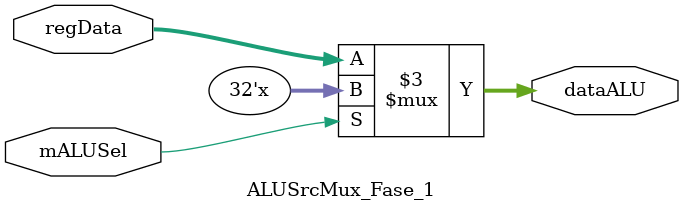
<source format=v>
module ALUSrcMux_Fase_1(
	input [31:0]regData,
	input mALUSel,
	output reg [31:0]dataALU
);

//2 - Declaracion de cables y registros

//3 - Cuerpo del modulo

//Bloque secuencial
always @*
begin
	case(mALUSel)
	1'b0:
		dataALU = regData;
	default:
		dataALU = 32'bz;
	endcase
end

endmodule


</source>
